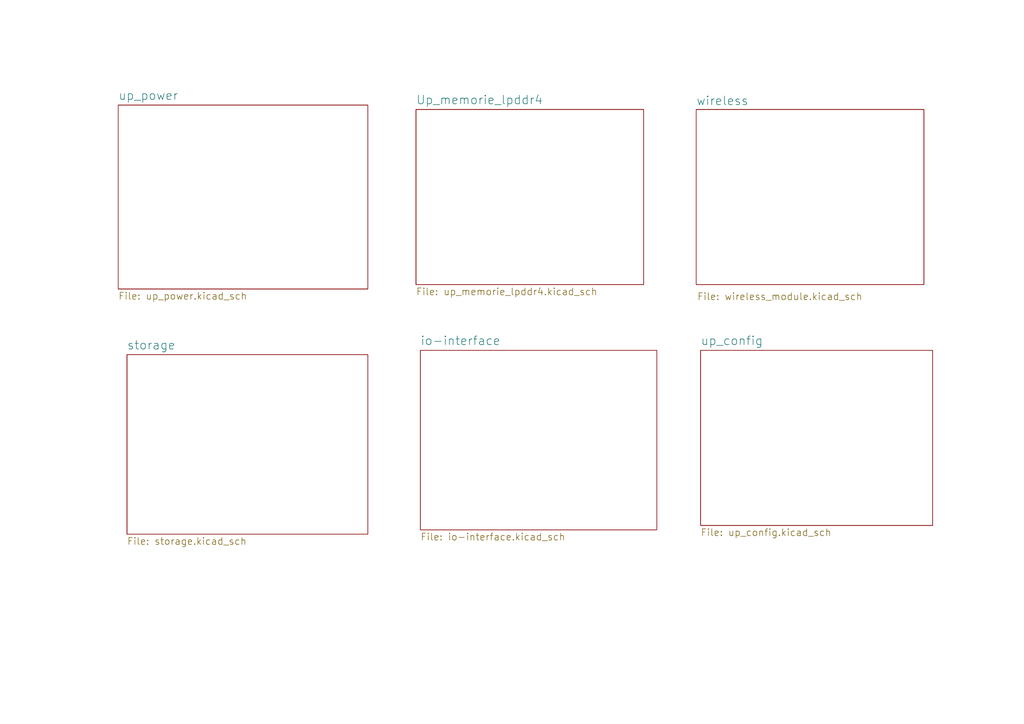
<source format=kicad_sch>
(kicad_sch
	(version 20250114)
	(generator "eeschema")
	(generator_version "9.0")
	(uuid "00047247-0992-47c4-af4b-1103475c5630")
	(paper "A4")
	(lib_symbols)
	(sheet
		(at 120.65 31.75)
		(size 66.04 50.8)
		(exclude_from_sim no)
		(in_bom yes)
		(on_board yes)
		(dnp no)
		(fields_autoplaced yes)
		(stroke
			(width 0.1524)
			(type solid)
		)
		(fill
			(color 0 0 0 0.0000)
		)
		(uuid "01570a0c-9cb0-4b1d-a44b-cc546f2d1f37")
		(property "Sheetname" "Up_memorie_lpddr4"
			(at 120.65 30.4234 0)
			(effects
				(font
					(size 2.5 2.5)
				)
				(justify left bottom)
			)
		)
		(property "Sheetfile" "up_memorie_lpddr4.kicad_sch"
			(at 120.65 83.4266 0)
			(effects
				(font
					(size 2 2)
				)
				(justify left top)
			)
		)
		(instances
			(project "IMX8ML_plus"
				(path "/1e0dca60-79b3-4b5b-ab8f-7b2adbc68a5f/c2b8be6d-439a-444c-a168-f4e9f22d3fc9"
					(page "4")
				)
			)
		)
	)
	(sheet
		(at 121.92 101.6)
		(size 68.58 52.07)
		(exclude_from_sim no)
		(in_bom yes)
		(on_board yes)
		(dnp no)
		(fields_autoplaced yes)
		(stroke
			(width 0.1524)
			(type solid)
		)
		(fill
			(color 0 0 0 0.0000)
		)
		(uuid "17276033-3ecd-4b96-8958-7c4d548214f7")
		(property "Sheetname" "io-interface"
			(at 121.92 100.2734 0)
			(effects
				(font
					(size 2.5 2.5)
				)
				(justify left bottom)
			)
		)
		(property "Sheetfile" "io-interface.kicad_sch"
			(at 121.92 154.5466 0)
			(effects
				(font
					(size 2 2)
				)
				(justify left top)
			)
		)
		(instances
			(project "IMX8ML_plus"
				(path "/1e0dca60-79b3-4b5b-ab8f-7b2adbc68a5f/c2b8be6d-439a-444c-a168-f4e9f22d3fc9"
					(page "9")
				)
			)
		)
	)
	(sheet
		(at 203.2 101.6)
		(size 67.31 50.8)
		(exclude_from_sim no)
		(in_bom yes)
		(on_board yes)
		(dnp no)
		(fields_autoplaced yes)
		(stroke
			(width 0.1524)
			(type solid)
		)
		(fill
			(color 0 0 0 0.0000)
		)
		(uuid "17e995b4-9d0e-4742-bc8a-27c457a1136a")
		(property "Sheetname" "up_config"
			(at 203.2 100.2734 0)
			(effects
				(font
					(size 2.5 2.5)
				)
				(justify left bottom)
			)
		)
		(property "Sheetfile" "up_config.kicad_sch"
			(at 203.2 153.2766 0)
			(effects
				(font
					(size 2 2)
				)
				(justify left top)
			)
		)
		(instances
			(project "IMX8ML_plus"
				(path "/1e0dca60-79b3-4b5b-ab8f-7b2adbc68a5f/c2b8be6d-439a-444c-a168-f4e9f22d3fc9"
					(page "10")
				)
			)
		)
	)
	(sheet
		(at 201.93 31.75)
		(size 66.04 50.8)
		(exclude_from_sim no)
		(in_bom yes)
		(on_board yes)
		(dnp no)
		(stroke
			(width 0.1524)
			(type solid)
		)
		(fill
			(color 0 0 0 0.0000)
		)
		(uuid "804f4928-8c22-420f-a4f0-1d3c149734bd")
		(property "Sheetname" "wireless"
			(at 201.93 30.6734 0)
			(effects
				(font
					(size 2.5 2.5)
				)
				(justify left bottom)
			)
		)
		(property "Sheetfile" "wireless_module.kicad_sch"
			(at 202.184 84.836 0)
			(effects
				(font
					(size 2 2)
				)
				(justify left top)
			)
		)
		(instances
			(project "IMX8ML_plus"
				(path "/1e0dca60-79b3-4b5b-ab8f-7b2adbc68a5f/c2b8be6d-439a-444c-a168-f4e9f22d3fc9"
					(page "14")
				)
			)
		)
	)
	(sheet
		(at 36.83 102.87)
		(size 69.85 52.07)
		(exclude_from_sim no)
		(in_bom yes)
		(on_board yes)
		(dnp no)
		(fields_autoplaced yes)
		(stroke
			(width 0.1524)
			(type solid)
		)
		(fill
			(color 0 0 0 0.0000)
		)
		(uuid "af21041f-cba7-4274-98fb-d460b4227d94")
		(property "Sheetname" "storage"
			(at 36.83 101.5434 0)
			(effects
				(font
					(size 2.5 2.5)
				)
				(justify left bottom)
			)
		)
		(property "Sheetfile" "storage.kicad_sch"
			(at 36.83 155.8166 0)
			(effects
				(font
					(size 2 2)
				)
				(justify left top)
			)
		)
		(instances
			(project "IMX8ML_plus"
				(path "/1e0dca60-79b3-4b5b-ab8f-7b2adbc68a5f/c2b8be6d-439a-444c-a168-f4e9f22d3fc9"
					(page "8")
				)
			)
		)
	)
	(sheet
		(at 34.29 30.48)
		(size 72.39 53.34)
		(exclude_from_sim no)
		(in_bom yes)
		(on_board yes)
		(dnp no)
		(fields_autoplaced yes)
		(stroke
			(width 0.1524)
			(type solid)
		)
		(fill
			(color 0 0 0 0.0000)
		)
		(uuid "ff1e19bc-8af5-40c7-aebc-3ecef7e734aa")
		(property "Sheetname" "up_power"
			(at 34.29 29.1534 0)
			(effects
				(font
					(size 2.5 2.5)
				)
				(justify left bottom)
			)
		)
		(property "Sheetfile" "up_power.kicad_sch"
			(at 34.29 84.6966 0)
			(effects
				(font
					(size 2 2)
				)
				(justify left top)
			)
		)
		(instances
			(project "IMX8ML_plus"
				(path "/1e0dca60-79b3-4b5b-ab8f-7b2adbc68a5f/c2b8be6d-439a-444c-a168-f4e9f22d3fc9"
					(page "3")
				)
			)
		)
	)
)

</source>
